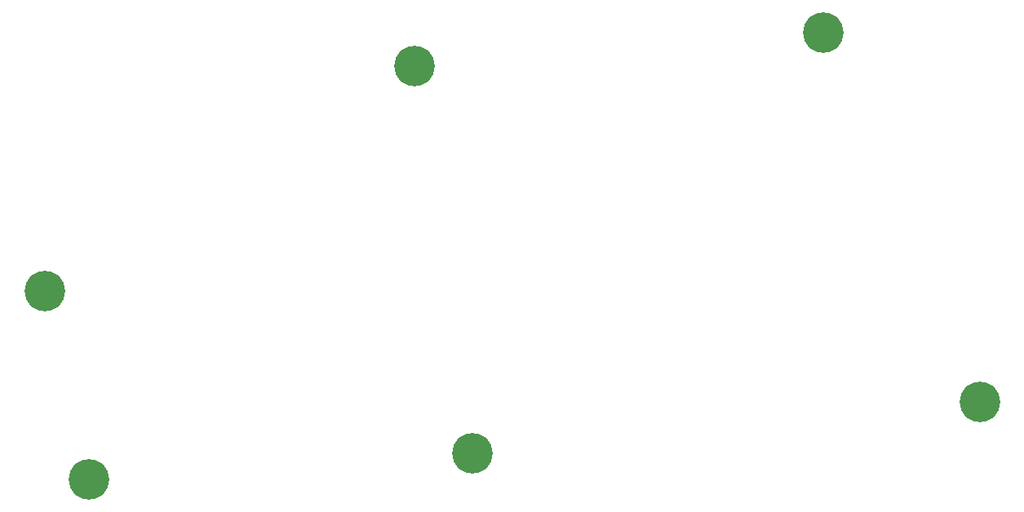
<source format=gts>
%TF.GenerationSoftware,KiCad,Pcbnew,(6.0.0)*%
%TF.CreationDate,2022-02-12T21:01:19+07:00*%
%TF.ProjectId,PCB Top,50434220-546f-4702-9e6b-696361645f70,rev?*%
%TF.SameCoordinates,Original*%
%TF.FileFunction,Soldermask,Top*%
%TF.FilePolarity,Negative*%
%FSLAX46Y46*%
G04 Gerber Fmt 4.6, Leading zero omitted, Abs format (unit mm)*
G04 Created by KiCad (PCBNEW (6.0.0)) date 2022-02-12 21:01:19*
%MOMM*%
%LPD*%
G01*
G04 APERTURE LIST*
%ADD10C,4.200000*%
G04 APERTURE END LIST*
D10*
%TO.C,Ref\u002A\u002A*%
X137060340Y-78546748D03*
%TD*%
%TO.C,Ref\u002A\u002A*%
X40037193Y-66963895D03*
%TD*%
%TO.C,Ref\u002A\u002A*%
X44659993Y-86572695D03*
%TD*%
%TO.C,Ref\u002A\u002A*%
X78391193Y-43646695D03*
%TD*%
%TO.C,Ref\u002A\u002A*%
X84425599Y-83831292D03*
%TD*%
%TO.C,Ref\u002A\u002A*%
X120860340Y-40146748D03*
%TD*%
M02*

</source>
